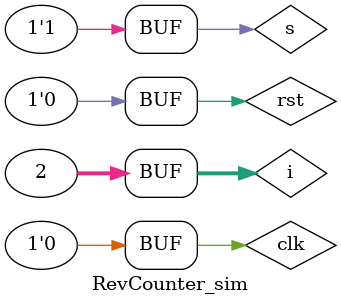
<source format=v>
`timescale 1ns / 1ps
module RevCounter_sim();
    // Inputs
    reg clk;
    reg rst;
    reg s;
    // Output
    wire Rc;
    wire [15:0] cnt;
    // Instantiate the UUT
RevCounter RevCounter_inst (
.clk(clk),
.rst(rst),
.s(s),
.Rc(Rc),
.cnt(cnt)
);
    integer i;
    initial begin
     rst = 0;
     s = 0;
     for(i=0;i<4;i=i+1)begin
        clk=1;#10;
        clk=0;#10;
     end
     rst = 1;
     for(i=0;i<2;i=i+1)begin
        clk=1;#10;
        clk=0;#10;
     end
     rst = 0;
     s = 1;
     for(i=0;i<4;i=i+1)begin
        clk=1;#10;
        clk=0;#10;
     end
     rst = 1;
     for(i=0;i<2;i=i+1)begin
        clk=1;#10;
        clk=0;#10;
     end
     rst = 0;
    end
endmodule
</source>
